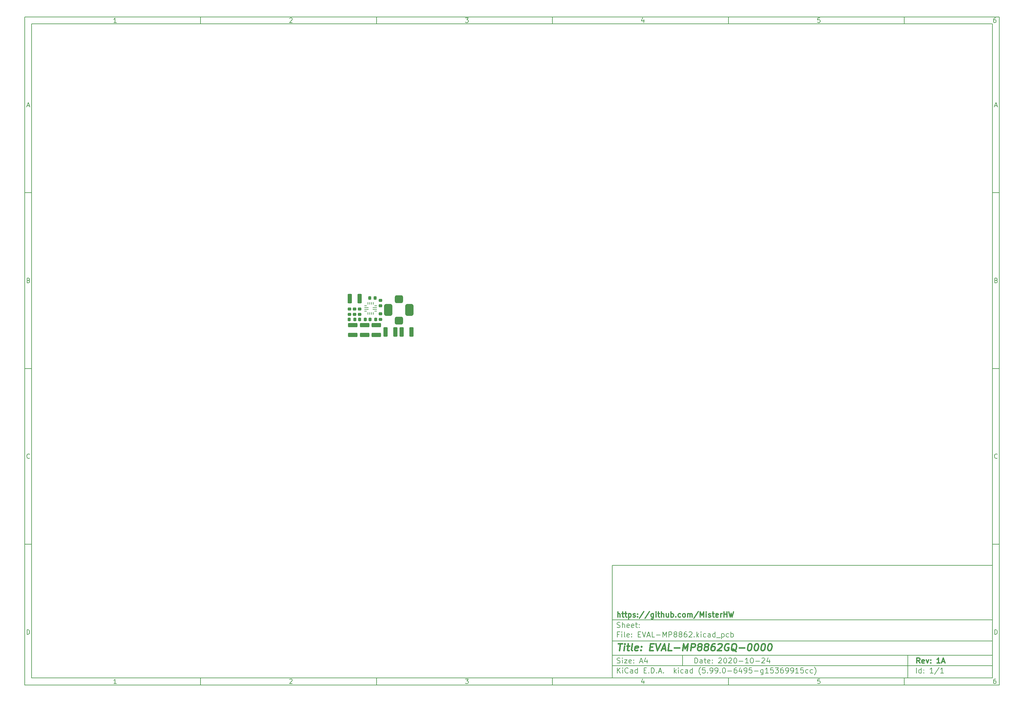
<source format=gbr>
G04 #@! TF.GenerationSoftware,KiCad,Pcbnew,(5.99.0-6495-g15369915cc)*
G04 #@! TF.CreationDate,2020-10-24T18:43:56+02:00*
G04 #@! TF.ProjectId,EVAL-MP8862,4556414c-2d4d-4503-9838-36322e6b6963,1A*
G04 #@! TF.SameCoordinates,Original*
G04 #@! TF.FileFunction,Paste,Top*
G04 #@! TF.FilePolarity,Positive*
%FSLAX46Y46*%
G04 Gerber Fmt 4.6, Leading zero omitted, Abs format (unit mm)*
G04 Created by KiCad (PCBNEW (5.99.0-6495-g15369915cc)) date 2020-10-24 18:43:56*
%MOMM*%
%LPD*%
G01*
G04 APERTURE LIST*
G04 Aperture macros list*
%AMRoundRect*
0 Rectangle with rounded corners*
0 $1 Rounding radius*
0 $2 $3 $4 $5 $6 $7 $8 $9 X,Y pos of 4 corners*
0 Add a 4 corners polygon primitive as box body*
4,1,4,$2,$3,$4,$5,$6,$7,$8,$9,$2,$3,0*
0 Add four circle primitives for the rounded corners*
1,1,$1+$1,$2,$3,0*
1,1,$1+$1,$4,$5,0*
1,1,$1+$1,$6,$7,0*
1,1,$1+$1,$8,$9,0*
0 Add four rect primitives between the rounded corners*
20,1,$1+$1,$2,$3,$4,$5,0*
20,1,$1+$1,$4,$5,$6,$7,0*
20,1,$1+$1,$6,$7,$8,$9,0*
20,1,$1+$1,$8,$9,$2,$3,0*%
G04 Aperture macros list end*
%ADD10C,0.100000*%
%ADD11C,0.150000*%
%ADD12C,0.300000*%
%ADD13C,0.400000*%
%ADD14RoundRect,0.218750X-0.256250X0.218750X-0.256250X-0.218750X0.256250X-0.218750X0.256250X0.218750X0*%
%ADD15RoundRect,0.250000X-1.075000X0.375000X-1.075000X-0.375000X1.075000X-0.375000X1.075000X0.375000X0*%
%ADD16RoundRect,0.218750X0.218750X0.256250X-0.218750X0.256250X-0.218750X-0.256250X0.218750X-0.256250X0*%
%ADD17RoundRect,0.250000X1.075000X-0.375000X1.075000X0.375000X-1.075000X0.375000X-1.075000X-0.375000X0*%
%ADD18RoundRect,0.250000X0.375000X1.075000X-0.375000X1.075000X-0.375000X-1.075000X0.375000X-1.075000X0*%
%ADD19RoundRect,0.250000X-0.375000X-1.075000X0.375000X-1.075000X0.375000X1.075000X-0.375000X1.075000X0*%
%ADD20RoundRect,0.218750X0.256250X-0.218750X0.256250X0.218750X-0.256250X0.218750X-0.256250X-0.218750X0*%
%ADD21R,0.250000X0.800000*%
%ADD22R,0.250000X0.700000*%
%ADD23R,0.700000X0.250000*%
%ADD24R,1.200000X0.250000*%
%ADD25RoundRect,0.600000X0.600000X1.100000X-0.600000X1.100000X-0.600000X-1.100000X0.600000X-1.100000X0*%
%ADD26RoundRect,0.571250X0.623750X-0.571250X0.623750X0.571250X-0.623750X0.571250X-0.623750X-0.571250X0*%
%ADD27RoundRect,0.548400X0.646600X-0.594100X0.646600X0.594100X-0.646600X0.594100X-0.646600X-0.594100X0*%
G04 APERTURE END LIST*
D10*
D11*
X177002200Y-166007200D02*
X177002200Y-198007200D01*
X285002200Y-198007200D01*
X285002200Y-166007200D01*
X177002200Y-166007200D01*
D10*
D11*
X10000000Y-10000000D02*
X10000000Y-200007200D01*
X287002200Y-200007200D01*
X287002200Y-10000000D01*
X10000000Y-10000000D01*
D10*
D11*
X12000000Y-12000000D02*
X12000000Y-198007200D01*
X285002200Y-198007200D01*
X285002200Y-12000000D01*
X12000000Y-12000000D01*
D10*
D11*
X60000000Y-12000000D02*
X60000000Y-10000000D01*
D10*
D11*
X110000000Y-12000000D02*
X110000000Y-10000000D01*
D10*
D11*
X160000000Y-12000000D02*
X160000000Y-10000000D01*
D10*
D11*
X210000000Y-12000000D02*
X210000000Y-10000000D01*
D10*
D11*
X260000000Y-12000000D02*
X260000000Y-10000000D01*
D10*
D11*
X36065476Y-11588095D02*
X35322619Y-11588095D01*
X35694047Y-11588095D02*
X35694047Y-10288095D01*
X35570238Y-10473809D01*
X35446428Y-10597619D01*
X35322619Y-10659523D01*
D10*
D11*
X85322619Y-10411904D02*
X85384523Y-10350000D01*
X85508333Y-10288095D01*
X85817857Y-10288095D01*
X85941666Y-10350000D01*
X86003571Y-10411904D01*
X86065476Y-10535714D01*
X86065476Y-10659523D01*
X86003571Y-10845238D01*
X85260714Y-11588095D01*
X86065476Y-11588095D01*
D10*
D11*
X135260714Y-10288095D02*
X136065476Y-10288095D01*
X135632142Y-10783333D01*
X135817857Y-10783333D01*
X135941666Y-10845238D01*
X136003571Y-10907142D01*
X136065476Y-11030952D01*
X136065476Y-11340476D01*
X136003571Y-11464285D01*
X135941666Y-11526190D01*
X135817857Y-11588095D01*
X135446428Y-11588095D01*
X135322619Y-11526190D01*
X135260714Y-11464285D01*
D10*
D11*
X185941666Y-10721428D02*
X185941666Y-11588095D01*
X185632142Y-10226190D02*
X185322619Y-11154761D01*
X186127380Y-11154761D01*
D10*
D11*
X236003571Y-10288095D02*
X235384523Y-10288095D01*
X235322619Y-10907142D01*
X235384523Y-10845238D01*
X235508333Y-10783333D01*
X235817857Y-10783333D01*
X235941666Y-10845238D01*
X236003571Y-10907142D01*
X236065476Y-11030952D01*
X236065476Y-11340476D01*
X236003571Y-11464285D01*
X235941666Y-11526190D01*
X235817857Y-11588095D01*
X235508333Y-11588095D01*
X235384523Y-11526190D01*
X235322619Y-11464285D01*
D10*
D11*
X285941666Y-10288095D02*
X285694047Y-10288095D01*
X285570238Y-10350000D01*
X285508333Y-10411904D01*
X285384523Y-10597619D01*
X285322619Y-10845238D01*
X285322619Y-11340476D01*
X285384523Y-11464285D01*
X285446428Y-11526190D01*
X285570238Y-11588095D01*
X285817857Y-11588095D01*
X285941666Y-11526190D01*
X286003571Y-11464285D01*
X286065476Y-11340476D01*
X286065476Y-11030952D01*
X286003571Y-10907142D01*
X285941666Y-10845238D01*
X285817857Y-10783333D01*
X285570238Y-10783333D01*
X285446428Y-10845238D01*
X285384523Y-10907142D01*
X285322619Y-11030952D01*
D10*
D11*
X60000000Y-198007200D02*
X60000000Y-200007200D01*
D10*
D11*
X110000000Y-198007200D02*
X110000000Y-200007200D01*
D10*
D11*
X160000000Y-198007200D02*
X160000000Y-200007200D01*
D10*
D11*
X210000000Y-198007200D02*
X210000000Y-200007200D01*
D10*
D11*
X260000000Y-198007200D02*
X260000000Y-200007200D01*
D10*
D11*
X36065476Y-199595295D02*
X35322619Y-199595295D01*
X35694047Y-199595295D02*
X35694047Y-198295295D01*
X35570238Y-198481009D01*
X35446428Y-198604819D01*
X35322619Y-198666723D01*
D10*
D11*
X85322619Y-198419104D02*
X85384523Y-198357200D01*
X85508333Y-198295295D01*
X85817857Y-198295295D01*
X85941666Y-198357200D01*
X86003571Y-198419104D01*
X86065476Y-198542914D01*
X86065476Y-198666723D01*
X86003571Y-198852438D01*
X85260714Y-199595295D01*
X86065476Y-199595295D01*
D10*
D11*
X135260714Y-198295295D02*
X136065476Y-198295295D01*
X135632142Y-198790533D01*
X135817857Y-198790533D01*
X135941666Y-198852438D01*
X136003571Y-198914342D01*
X136065476Y-199038152D01*
X136065476Y-199347676D01*
X136003571Y-199471485D01*
X135941666Y-199533390D01*
X135817857Y-199595295D01*
X135446428Y-199595295D01*
X135322619Y-199533390D01*
X135260714Y-199471485D01*
D10*
D11*
X185941666Y-198728628D02*
X185941666Y-199595295D01*
X185632142Y-198233390D02*
X185322619Y-199161961D01*
X186127380Y-199161961D01*
D10*
D11*
X236003571Y-198295295D02*
X235384523Y-198295295D01*
X235322619Y-198914342D01*
X235384523Y-198852438D01*
X235508333Y-198790533D01*
X235817857Y-198790533D01*
X235941666Y-198852438D01*
X236003571Y-198914342D01*
X236065476Y-199038152D01*
X236065476Y-199347676D01*
X236003571Y-199471485D01*
X235941666Y-199533390D01*
X235817857Y-199595295D01*
X235508333Y-199595295D01*
X235384523Y-199533390D01*
X235322619Y-199471485D01*
D10*
D11*
X285941666Y-198295295D02*
X285694047Y-198295295D01*
X285570238Y-198357200D01*
X285508333Y-198419104D01*
X285384523Y-198604819D01*
X285322619Y-198852438D01*
X285322619Y-199347676D01*
X285384523Y-199471485D01*
X285446428Y-199533390D01*
X285570238Y-199595295D01*
X285817857Y-199595295D01*
X285941666Y-199533390D01*
X286003571Y-199471485D01*
X286065476Y-199347676D01*
X286065476Y-199038152D01*
X286003571Y-198914342D01*
X285941666Y-198852438D01*
X285817857Y-198790533D01*
X285570238Y-198790533D01*
X285446428Y-198852438D01*
X285384523Y-198914342D01*
X285322619Y-199038152D01*
D10*
D11*
X10000000Y-60000000D02*
X12000000Y-60000000D01*
D10*
D11*
X10000000Y-110000000D02*
X12000000Y-110000000D01*
D10*
D11*
X10000000Y-160000000D02*
X12000000Y-160000000D01*
D10*
D11*
X10690476Y-35216666D02*
X11309523Y-35216666D01*
X10566666Y-35588095D02*
X11000000Y-34288095D01*
X11433333Y-35588095D01*
D10*
D11*
X11092857Y-84907142D02*
X11278571Y-84969047D01*
X11340476Y-85030952D01*
X11402380Y-85154761D01*
X11402380Y-85340476D01*
X11340476Y-85464285D01*
X11278571Y-85526190D01*
X11154761Y-85588095D01*
X10659523Y-85588095D01*
X10659523Y-84288095D01*
X11092857Y-84288095D01*
X11216666Y-84350000D01*
X11278571Y-84411904D01*
X11340476Y-84535714D01*
X11340476Y-84659523D01*
X11278571Y-84783333D01*
X11216666Y-84845238D01*
X11092857Y-84907142D01*
X10659523Y-84907142D01*
D10*
D11*
X11402380Y-135464285D02*
X11340476Y-135526190D01*
X11154761Y-135588095D01*
X11030952Y-135588095D01*
X10845238Y-135526190D01*
X10721428Y-135402380D01*
X10659523Y-135278571D01*
X10597619Y-135030952D01*
X10597619Y-134845238D01*
X10659523Y-134597619D01*
X10721428Y-134473809D01*
X10845238Y-134350000D01*
X11030952Y-134288095D01*
X11154761Y-134288095D01*
X11340476Y-134350000D01*
X11402380Y-134411904D01*
D10*
D11*
X10659523Y-185588095D02*
X10659523Y-184288095D01*
X10969047Y-184288095D01*
X11154761Y-184350000D01*
X11278571Y-184473809D01*
X11340476Y-184597619D01*
X11402380Y-184845238D01*
X11402380Y-185030952D01*
X11340476Y-185278571D01*
X11278571Y-185402380D01*
X11154761Y-185526190D01*
X10969047Y-185588095D01*
X10659523Y-185588095D01*
D10*
D11*
X287002200Y-60000000D02*
X285002200Y-60000000D01*
D10*
D11*
X287002200Y-110000000D02*
X285002200Y-110000000D01*
D10*
D11*
X287002200Y-160000000D02*
X285002200Y-160000000D01*
D10*
D11*
X285692676Y-35216666D02*
X286311723Y-35216666D01*
X285568866Y-35588095D02*
X286002200Y-34288095D01*
X286435533Y-35588095D01*
D10*
D11*
X286095057Y-84907142D02*
X286280771Y-84969047D01*
X286342676Y-85030952D01*
X286404580Y-85154761D01*
X286404580Y-85340476D01*
X286342676Y-85464285D01*
X286280771Y-85526190D01*
X286156961Y-85588095D01*
X285661723Y-85588095D01*
X285661723Y-84288095D01*
X286095057Y-84288095D01*
X286218866Y-84350000D01*
X286280771Y-84411904D01*
X286342676Y-84535714D01*
X286342676Y-84659523D01*
X286280771Y-84783333D01*
X286218866Y-84845238D01*
X286095057Y-84907142D01*
X285661723Y-84907142D01*
D10*
D11*
X286404580Y-135464285D02*
X286342676Y-135526190D01*
X286156961Y-135588095D01*
X286033152Y-135588095D01*
X285847438Y-135526190D01*
X285723628Y-135402380D01*
X285661723Y-135278571D01*
X285599819Y-135030952D01*
X285599819Y-134845238D01*
X285661723Y-134597619D01*
X285723628Y-134473809D01*
X285847438Y-134350000D01*
X286033152Y-134288095D01*
X286156961Y-134288095D01*
X286342676Y-134350000D01*
X286404580Y-134411904D01*
D10*
D11*
X285661723Y-185588095D02*
X285661723Y-184288095D01*
X285971247Y-184288095D01*
X286156961Y-184350000D01*
X286280771Y-184473809D01*
X286342676Y-184597619D01*
X286404580Y-184845238D01*
X286404580Y-185030952D01*
X286342676Y-185278571D01*
X286280771Y-185402380D01*
X286156961Y-185526190D01*
X285971247Y-185588095D01*
X285661723Y-185588095D01*
D10*
D11*
X200434342Y-193785771D02*
X200434342Y-192285771D01*
X200791485Y-192285771D01*
X201005771Y-192357200D01*
X201148628Y-192500057D01*
X201220057Y-192642914D01*
X201291485Y-192928628D01*
X201291485Y-193142914D01*
X201220057Y-193428628D01*
X201148628Y-193571485D01*
X201005771Y-193714342D01*
X200791485Y-193785771D01*
X200434342Y-193785771D01*
X202577200Y-193785771D02*
X202577200Y-193000057D01*
X202505771Y-192857200D01*
X202362914Y-192785771D01*
X202077200Y-192785771D01*
X201934342Y-192857200D01*
X202577200Y-193714342D02*
X202434342Y-193785771D01*
X202077200Y-193785771D01*
X201934342Y-193714342D01*
X201862914Y-193571485D01*
X201862914Y-193428628D01*
X201934342Y-193285771D01*
X202077200Y-193214342D01*
X202434342Y-193214342D01*
X202577200Y-193142914D01*
X203077200Y-192785771D02*
X203648628Y-192785771D01*
X203291485Y-192285771D02*
X203291485Y-193571485D01*
X203362914Y-193714342D01*
X203505771Y-193785771D01*
X203648628Y-193785771D01*
X204720057Y-193714342D02*
X204577200Y-193785771D01*
X204291485Y-193785771D01*
X204148628Y-193714342D01*
X204077200Y-193571485D01*
X204077200Y-193000057D01*
X204148628Y-192857200D01*
X204291485Y-192785771D01*
X204577200Y-192785771D01*
X204720057Y-192857200D01*
X204791485Y-193000057D01*
X204791485Y-193142914D01*
X204077200Y-193285771D01*
X205434342Y-193642914D02*
X205505771Y-193714342D01*
X205434342Y-193785771D01*
X205362914Y-193714342D01*
X205434342Y-193642914D01*
X205434342Y-193785771D01*
X205434342Y-192857200D02*
X205505771Y-192928628D01*
X205434342Y-193000057D01*
X205362914Y-192928628D01*
X205434342Y-192857200D01*
X205434342Y-193000057D01*
X207220057Y-192428628D02*
X207291485Y-192357200D01*
X207434342Y-192285771D01*
X207791485Y-192285771D01*
X207934342Y-192357200D01*
X208005771Y-192428628D01*
X208077200Y-192571485D01*
X208077200Y-192714342D01*
X208005771Y-192928628D01*
X207148628Y-193785771D01*
X208077200Y-193785771D01*
X209005771Y-192285771D02*
X209148628Y-192285771D01*
X209291485Y-192357200D01*
X209362914Y-192428628D01*
X209434342Y-192571485D01*
X209505771Y-192857200D01*
X209505771Y-193214342D01*
X209434342Y-193500057D01*
X209362914Y-193642914D01*
X209291485Y-193714342D01*
X209148628Y-193785771D01*
X209005771Y-193785771D01*
X208862914Y-193714342D01*
X208791485Y-193642914D01*
X208720057Y-193500057D01*
X208648628Y-193214342D01*
X208648628Y-192857200D01*
X208720057Y-192571485D01*
X208791485Y-192428628D01*
X208862914Y-192357200D01*
X209005771Y-192285771D01*
X210077200Y-192428628D02*
X210148628Y-192357200D01*
X210291485Y-192285771D01*
X210648628Y-192285771D01*
X210791485Y-192357200D01*
X210862914Y-192428628D01*
X210934342Y-192571485D01*
X210934342Y-192714342D01*
X210862914Y-192928628D01*
X210005771Y-193785771D01*
X210934342Y-193785771D01*
X211862914Y-192285771D02*
X212005771Y-192285771D01*
X212148628Y-192357200D01*
X212220057Y-192428628D01*
X212291485Y-192571485D01*
X212362914Y-192857200D01*
X212362914Y-193214342D01*
X212291485Y-193500057D01*
X212220057Y-193642914D01*
X212148628Y-193714342D01*
X212005771Y-193785771D01*
X211862914Y-193785771D01*
X211720057Y-193714342D01*
X211648628Y-193642914D01*
X211577200Y-193500057D01*
X211505771Y-193214342D01*
X211505771Y-192857200D01*
X211577200Y-192571485D01*
X211648628Y-192428628D01*
X211720057Y-192357200D01*
X211862914Y-192285771D01*
X213005771Y-193214342D02*
X214148628Y-193214342D01*
X215648628Y-193785771D02*
X214791485Y-193785771D01*
X215220057Y-193785771D02*
X215220057Y-192285771D01*
X215077200Y-192500057D01*
X214934342Y-192642914D01*
X214791485Y-192714342D01*
X216577200Y-192285771D02*
X216720057Y-192285771D01*
X216862914Y-192357200D01*
X216934342Y-192428628D01*
X217005771Y-192571485D01*
X217077200Y-192857200D01*
X217077200Y-193214342D01*
X217005771Y-193500057D01*
X216934342Y-193642914D01*
X216862914Y-193714342D01*
X216720057Y-193785771D01*
X216577200Y-193785771D01*
X216434342Y-193714342D01*
X216362914Y-193642914D01*
X216291485Y-193500057D01*
X216220057Y-193214342D01*
X216220057Y-192857200D01*
X216291485Y-192571485D01*
X216362914Y-192428628D01*
X216434342Y-192357200D01*
X216577200Y-192285771D01*
X217720057Y-193214342D02*
X218862914Y-193214342D01*
X219505771Y-192428628D02*
X219577200Y-192357200D01*
X219720057Y-192285771D01*
X220077200Y-192285771D01*
X220220057Y-192357200D01*
X220291485Y-192428628D01*
X220362914Y-192571485D01*
X220362914Y-192714342D01*
X220291485Y-192928628D01*
X219434342Y-193785771D01*
X220362914Y-193785771D01*
X221648628Y-192785771D02*
X221648628Y-193785771D01*
X221291485Y-192214342D02*
X220934342Y-193285771D01*
X221862914Y-193285771D01*
D10*
D11*
X177002200Y-194507200D02*
X285002200Y-194507200D01*
D10*
D11*
X178434342Y-196585771D02*
X178434342Y-195085771D01*
X179291485Y-196585771D02*
X178648628Y-195728628D01*
X179291485Y-195085771D02*
X178434342Y-195942914D01*
X179934342Y-196585771D02*
X179934342Y-195585771D01*
X179934342Y-195085771D02*
X179862914Y-195157200D01*
X179934342Y-195228628D01*
X180005771Y-195157200D01*
X179934342Y-195085771D01*
X179934342Y-195228628D01*
X181505771Y-196442914D02*
X181434342Y-196514342D01*
X181220057Y-196585771D01*
X181077200Y-196585771D01*
X180862914Y-196514342D01*
X180720057Y-196371485D01*
X180648628Y-196228628D01*
X180577200Y-195942914D01*
X180577200Y-195728628D01*
X180648628Y-195442914D01*
X180720057Y-195300057D01*
X180862914Y-195157200D01*
X181077200Y-195085771D01*
X181220057Y-195085771D01*
X181434342Y-195157200D01*
X181505771Y-195228628D01*
X182791485Y-196585771D02*
X182791485Y-195800057D01*
X182720057Y-195657200D01*
X182577200Y-195585771D01*
X182291485Y-195585771D01*
X182148628Y-195657200D01*
X182791485Y-196514342D02*
X182648628Y-196585771D01*
X182291485Y-196585771D01*
X182148628Y-196514342D01*
X182077200Y-196371485D01*
X182077200Y-196228628D01*
X182148628Y-196085771D01*
X182291485Y-196014342D01*
X182648628Y-196014342D01*
X182791485Y-195942914D01*
X184148628Y-196585771D02*
X184148628Y-195085771D01*
X184148628Y-196514342D02*
X184005771Y-196585771D01*
X183720057Y-196585771D01*
X183577200Y-196514342D01*
X183505771Y-196442914D01*
X183434342Y-196300057D01*
X183434342Y-195871485D01*
X183505771Y-195728628D01*
X183577200Y-195657200D01*
X183720057Y-195585771D01*
X184005771Y-195585771D01*
X184148628Y-195657200D01*
X186005771Y-195800057D02*
X186505771Y-195800057D01*
X186720057Y-196585771D02*
X186005771Y-196585771D01*
X186005771Y-195085771D01*
X186720057Y-195085771D01*
X187362914Y-196442914D02*
X187434342Y-196514342D01*
X187362914Y-196585771D01*
X187291485Y-196514342D01*
X187362914Y-196442914D01*
X187362914Y-196585771D01*
X188077200Y-196585771D02*
X188077200Y-195085771D01*
X188434342Y-195085771D01*
X188648628Y-195157200D01*
X188791485Y-195300057D01*
X188862914Y-195442914D01*
X188934342Y-195728628D01*
X188934342Y-195942914D01*
X188862914Y-196228628D01*
X188791485Y-196371485D01*
X188648628Y-196514342D01*
X188434342Y-196585771D01*
X188077200Y-196585771D01*
X189577200Y-196442914D02*
X189648628Y-196514342D01*
X189577200Y-196585771D01*
X189505771Y-196514342D01*
X189577200Y-196442914D01*
X189577200Y-196585771D01*
X190220057Y-196157200D02*
X190934342Y-196157200D01*
X190077200Y-196585771D02*
X190577200Y-195085771D01*
X191077200Y-196585771D01*
X191577200Y-196442914D02*
X191648628Y-196514342D01*
X191577200Y-196585771D01*
X191505771Y-196514342D01*
X191577200Y-196442914D01*
X191577200Y-196585771D01*
X194577200Y-196585771D02*
X194577200Y-195085771D01*
X194720057Y-196014342D02*
X195148628Y-196585771D01*
X195148628Y-195585771D02*
X194577200Y-196157200D01*
X195791485Y-196585771D02*
X195791485Y-195585771D01*
X195791485Y-195085771D02*
X195720057Y-195157200D01*
X195791485Y-195228628D01*
X195862914Y-195157200D01*
X195791485Y-195085771D01*
X195791485Y-195228628D01*
X197148628Y-196514342D02*
X197005771Y-196585771D01*
X196720057Y-196585771D01*
X196577200Y-196514342D01*
X196505771Y-196442914D01*
X196434342Y-196300057D01*
X196434342Y-195871485D01*
X196505771Y-195728628D01*
X196577200Y-195657200D01*
X196720057Y-195585771D01*
X197005771Y-195585771D01*
X197148628Y-195657200D01*
X198434342Y-196585771D02*
X198434342Y-195800057D01*
X198362914Y-195657200D01*
X198220057Y-195585771D01*
X197934342Y-195585771D01*
X197791485Y-195657200D01*
X198434342Y-196514342D02*
X198291485Y-196585771D01*
X197934342Y-196585771D01*
X197791485Y-196514342D01*
X197720057Y-196371485D01*
X197720057Y-196228628D01*
X197791485Y-196085771D01*
X197934342Y-196014342D01*
X198291485Y-196014342D01*
X198434342Y-195942914D01*
X199791485Y-196585771D02*
X199791485Y-195085771D01*
X199791485Y-196514342D02*
X199648628Y-196585771D01*
X199362914Y-196585771D01*
X199220057Y-196514342D01*
X199148628Y-196442914D01*
X199077200Y-196300057D01*
X199077200Y-195871485D01*
X199148628Y-195728628D01*
X199220057Y-195657200D01*
X199362914Y-195585771D01*
X199648628Y-195585771D01*
X199791485Y-195657200D01*
X202077200Y-197157200D02*
X202005771Y-197085771D01*
X201862914Y-196871485D01*
X201791485Y-196728628D01*
X201720057Y-196514342D01*
X201648628Y-196157200D01*
X201648628Y-195871485D01*
X201720057Y-195514342D01*
X201791485Y-195300057D01*
X201862914Y-195157200D01*
X202005771Y-194942914D01*
X202077200Y-194871485D01*
X203362914Y-195085771D02*
X202648628Y-195085771D01*
X202577200Y-195800057D01*
X202648628Y-195728628D01*
X202791485Y-195657200D01*
X203148628Y-195657200D01*
X203291485Y-195728628D01*
X203362914Y-195800057D01*
X203434342Y-195942914D01*
X203434342Y-196300057D01*
X203362914Y-196442914D01*
X203291485Y-196514342D01*
X203148628Y-196585771D01*
X202791485Y-196585771D01*
X202648628Y-196514342D01*
X202577200Y-196442914D01*
X204077200Y-196442914D02*
X204148628Y-196514342D01*
X204077200Y-196585771D01*
X204005771Y-196514342D01*
X204077200Y-196442914D01*
X204077200Y-196585771D01*
X204862914Y-196585771D02*
X205148628Y-196585771D01*
X205291485Y-196514342D01*
X205362914Y-196442914D01*
X205505771Y-196228628D01*
X205577200Y-195942914D01*
X205577200Y-195371485D01*
X205505771Y-195228628D01*
X205434342Y-195157200D01*
X205291485Y-195085771D01*
X205005771Y-195085771D01*
X204862914Y-195157200D01*
X204791485Y-195228628D01*
X204720057Y-195371485D01*
X204720057Y-195728628D01*
X204791485Y-195871485D01*
X204862914Y-195942914D01*
X205005771Y-196014342D01*
X205291485Y-196014342D01*
X205434342Y-195942914D01*
X205505771Y-195871485D01*
X205577200Y-195728628D01*
X206291485Y-196585771D02*
X206577200Y-196585771D01*
X206720057Y-196514342D01*
X206791485Y-196442914D01*
X206934342Y-196228628D01*
X207005771Y-195942914D01*
X207005771Y-195371485D01*
X206934342Y-195228628D01*
X206862914Y-195157200D01*
X206720057Y-195085771D01*
X206434342Y-195085771D01*
X206291485Y-195157200D01*
X206220057Y-195228628D01*
X206148628Y-195371485D01*
X206148628Y-195728628D01*
X206220057Y-195871485D01*
X206291485Y-195942914D01*
X206434342Y-196014342D01*
X206720057Y-196014342D01*
X206862914Y-195942914D01*
X206934342Y-195871485D01*
X207005771Y-195728628D01*
X207648628Y-196442914D02*
X207720057Y-196514342D01*
X207648628Y-196585771D01*
X207577200Y-196514342D01*
X207648628Y-196442914D01*
X207648628Y-196585771D01*
X208648628Y-195085771D02*
X208791485Y-195085771D01*
X208934342Y-195157200D01*
X209005771Y-195228628D01*
X209077200Y-195371485D01*
X209148628Y-195657200D01*
X209148628Y-196014342D01*
X209077200Y-196300057D01*
X209005771Y-196442914D01*
X208934342Y-196514342D01*
X208791485Y-196585771D01*
X208648628Y-196585771D01*
X208505771Y-196514342D01*
X208434342Y-196442914D01*
X208362914Y-196300057D01*
X208291485Y-196014342D01*
X208291485Y-195657200D01*
X208362914Y-195371485D01*
X208434342Y-195228628D01*
X208505771Y-195157200D01*
X208648628Y-195085771D01*
X209791485Y-196014342D02*
X210934342Y-196014342D01*
X212291485Y-195085771D02*
X212005771Y-195085771D01*
X211862914Y-195157200D01*
X211791485Y-195228628D01*
X211648628Y-195442914D01*
X211577200Y-195728628D01*
X211577200Y-196300057D01*
X211648628Y-196442914D01*
X211720057Y-196514342D01*
X211862914Y-196585771D01*
X212148628Y-196585771D01*
X212291485Y-196514342D01*
X212362914Y-196442914D01*
X212434342Y-196300057D01*
X212434342Y-195942914D01*
X212362914Y-195800057D01*
X212291485Y-195728628D01*
X212148628Y-195657200D01*
X211862914Y-195657200D01*
X211720057Y-195728628D01*
X211648628Y-195800057D01*
X211577200Y-195942914D01*
X213720057Y-195585771D02*
X213720057Y-196585771D01*
X213362914Y-195014342D02*
X213005771Y-196085771D01*
X213934342Y-196085771D01*
X214577200Y-196585771D02*
X214862914Y-196585771D01*
X215005771Y-196514342D01*
X215077200Y-196442914D01*
X215220057Y-196228628D01*
X215291485Y-195942914D01*
X215291485Y-195371485D01*
X215220057Y-195228628D01*
X215148628Y-195157200D01*
X215005771Y-195085771D01*
X214720057Y-195085771D01*
X214577200Y-195157200D01*
X214505771Y-195228628D01*
X214434342Y-195371485D01*
X214434342Y-195728628D01*
X214505771Y-195871485D01*
X214577200Y-195942914D01*
X214720057Y-196014342D01*
X215005771Y-196014342D01*
X215148628Y-195942914D01*
X215220057Y-195871485D01*
X215291485Y-195728628D01*
X216648628Y-195085771D02*
X215934342Y-195085771D01*
X215862914Y-195800057D01*
X215934342Y-195728628D01*
X216077200Y-195657200D01*
X216434342Y-195657200D01*
X216577200Y-195728628D01*
X216648628Y-195800057D01*
X216720057Y-195942914D01*
X216720057Y-196300057D01*
X216648628Y-196442914D01*
X216577200Y-196514342D01*
X216434342Y-196585771D01*
X216077200Y-196585771D01*
X215934342Y-196514342D01*
X215862914Y-196442914D01*
X217362914Y-196014342D02*
X218505771Y-196014342D01*
X219862914Y-195585771D02*
X219862914Y-196800057D01*
X219791485Y-196942914D01*
X219720057Y-197014342D01*
X219577200Y-197085771D01*
X219362914Y-197085771D01*
X219220057Y-197014342D01*
X219862914Y-196514342D02*
X219720057Y-196585771D01*
X219434342Y-196585771D01*
X219291485Y-196514342D01*
X219220057Y-196442914D01*
X219148628Y-196300057D01*
X219148628Y-195871485D01*
X219220057Y-195728628D01*
X219291485Y-195657200D01*
X219434342Y-195585771D01*
X219720057Y-195585771D01*
X219862914Y-195657200D01*
X221362914Y-196585771D02*
X220505771Y-196585771D01*
X220934342Y-196585771D02*
X220934342Y-195085771D01*
X220791485Y-195300057D01*
X220648628Y-195442914D01*
X220505771Y-195514342D01*
X222720057Y-195085771D02*
X222005771Y-195085771D01*
X221934342Y-195800057D01*
X222005771Y-195728628D01*
X222148628Y-195657200D01*
X222505771Y-195657200D01*
X222648628Y-195728628D01*
X222720057Y-195800057D01*
X222791485Y-195942914D01*
X222791485Y-196300057D01*
X222720057Y-196442914D01*
X222648628Y-196514342D01*
X222505771Y-196585771D01*
X222148628Y-196585771D01*
X222005771Y-196514342D01*
X221934342Y-196442914D01*
X223291485Y-195085771D02*
X224220057Y-195085771D01*
X223720057Y-195657200D01*
X223934342Y-195657200D01*
X224077200Y-195728628D01*
X224148628Y-195800057D01*
X224220057Y-195942914D01*
X224220057Y-196300057D01*
X224148628Y-196442914D01*
X224077200Y-196514342D01*
X223934342Y-196585771D01*
X223505771Y-196585771D01*
X223362914Y-196514342D01*
X223291485Y-196442914D01*
X225505771Y-195085771D02*
X225220057Y-195085771D01*
X225077200Y-195157200D01*
X225005771Y-195228628D01*
X224862914Y-195442914D01*
X224791485Y-195728628D01*
X224791485Y-196300057D01*
X224862914Y-196442914D01*
X224934342Y-196514342D01*
X225077200Y-196585771D01*
X225362914Y-196585771D01*
X225505771Y-196514342D01*
X225577200Y-196442914D01*
X225648628Y-196300057D01*
X225648628Y-195942914D01*
X225577200Y-195800057D01*
X225505771Y-195728628D01*
X225362914Y-195657200D01*
X225077200Y-195657200D01*
X224934342Y-195728628D01*
X224862914Y-195800057D01*
X224791485Y-195942914D01*
X226362914Y-196585771D02*
X226648628Y-196585771D01*
X226791485Y-196514342D01*
X226862914Y-196442914D01*
X227005771Y-196228628D01*
X227077199Y-195942914D01*
X227077199Y-195371485D01*
X227005771Y-195228628D01*
X226934342Y-195157200D01*
X226791485Y-195085771D01*
X226505771Y-195085771D01*
X226362914Y-195157200D01*
X226291485Y-195228628D01*
X226220057Y-195371485D01*
X226220057Y-195728628D01*
X226291485Y-195871485D01*
X226362914Y-195942914D01*
X226505771Y-196014342D01*
X226791485Y-196014342D01*
X226934342Y-195942914D01*
X227005771Y-195871485D01*
X227077199Y-195728628D01*
X227791485Y-196585771D02*
X228077199Y-196585771D01*
X228220057Y-196514342D01*
X228291485Y-196442914D01*
X228434342Y-196228628D01*
X228505771Y-195942914D01*
X228505771Y-195371485D01*
X228434342Y-195228628D01*
X228362914Y-195157200D01*
X228220057Y-195085771D01*
X227934342Y-195085771D01*
X227791485Y-195157200D01*
X227720057Y-195228628D01*
X227648628Y-195371485D01*
X227648628Y-195728628D01*
X227720057Y-195871485D01*
X227791485Y-195942914D01*
X227934342Y-196014342D01*
X228220057Y-196014342D01*
X228362914Y-195942914D01*
X228434342Y-195871485D01*
X228505771Y-195728628D01*
X229934342Y-196585771D02*
X229077199Y-196585771D01*
X229505771Y-196585771D02*
X229505771Y-195085771D01*
X229362914Y-195300057D01*
X229220057Y-195442914D01*
X229077199Y-195514342D01*
X231291485Y-195085771D02*
X230577199Y-195085771D01*
X230505771Y-195800057D01*
X230577199Y-195728628D01*
X230720057Y-195657200D01*
X231077199Y-195657200D01*
X231220057Y-195728628D01*
X231291485Y-195800057D01*
X231362914Y-195942914D01*
X231362914Y-196300057D01*
X231291485Y-196442914D01*
X231220057Y-196514342D01*
X231077199Y-196585771D01*
X230720057Y-196585771D01*
X230577199Y-196514342D01*
X230505771Y-196442914D01*
X232648628Y-196514342D02*
X232505771Y-196585771D01*
X232220057Y-196585771D01*
X232077199Y-196514342D01*
X232005771Y-196442914D01*
X231934342Y-196300057D01*
X231934342Y-195871485D01*
X232005771Y-195728628D01*
X232077199Y-195657200D01*
X232220057Y-195585771D01*
X232505771Y-195585771D01*
X232648628Y-195657200D01*
X233934342Y-196514342D02*
X233791485Y-196585771D01*
X233505771Y-196585771D01*
X233362914Y-196514342D01*
X233291485Y-196442914D01*
X233220057Y-196300057D01*
X233220057Y-195871485D01*
X233291485Y-195728628D01*
X233362914Y-195657200D01*
X233505771Y-195585771D01*
X233791485Y-195585771D01*
X233934342Y-195657200D01*
X234434342Y-197157200D02*
X234505771Y-197085771D01*
X234648628Y-196871485D01*
X234720057Y-196728628D01*
X234791485Y-196514342D01*
X234862914Y-196157200D01*
X234862914Y-195871485D01*
X234791485Y-195514342D01*
X234720057Y-195300057D01*
X234648628Y-195157200D01*
X234505771Y-194942914D01*
X234434342Y-194871485D01*
D10*
D11*
X177002200Y-191507200D02*
X285002200Y-191507200D01*
D10*
D12*
X264411485Y-193785771D02*
X263911485Y-193071485D01*
X263554342Y-193785771D02*
X263554342Y-192285771D01*
X264125771Y-192285771D01*
X264268628Y-192357200D01*
X264340057Y-192428628D01*
X264411485Y-192571485D01*
X264411485Y-192785771D01*
X264340057Y-192928628D01*
X264268628Y-193000057D01*
X264125771Y-193071485D01*
X263554342Y-193071485D01*
X265625771Y-193714342D02*
X265482914Y-193785771D01*
X265197200Y-193785771D01*
X265054342Y-193714342D01*
X264982914Y-193571485D01*
X264982914Y-193000057D01*
X265054342Y-192857200D01*
X265197200Y-192785771D01*
X265482914Y-192785771D01*
X265625771Y-192857200D01*
X265697200Y-193000057D01*
X265697200Y-193142914D01*
X264982914Y-193285771D01*
X266197200Y-192785771D02*
X266554342Y-193785771D01*
X266911485Y-192785771D01*
X267482914Y-193642914D02*
X267554342Y-193714342D01*
X267482914Y-193785771D01*
X267411485Y-193714342D01*
X267482914Y-193642914D01*
X267482914Y-193785771D01*
X267482914Y-192857200D02*
X267554342Y-192928628D01*
X267482914Y-193000057D01*
X267411485Y-192928628D01*
X267482914Y-192857200D01*
X267482914Y-193000057D01*
X270125771Y-193785771D02*
X269268628Y-193785771D01*
X269697200Y-193785771D02*
X269697200Y-192285771D01*
X269554342Y-192500057D01*
X269411485Y-192642914D01*
X269268628Y-192714342D01*
X270697200Y-193357200D02*
X271411485Y-193357200D01*
X270554342Y-193785771D02*
X271054342Y-192285771D01*
X271554342Y-193785771D01*
D10*
D11*
X178362914Y-193714342D02*
X178577200Y-193785771D01*
X178934342Y-193785771D01*
X179077200Y-193714342D01*
X179148628Y-193642914D01*
X179220057Y-193500057D01*
X179220057Y-193357200D01*
X179148628Y-193214342D01*
X179077200Y-193142914D01*
X178934342Y-193071485D01*
X178648628Y-193000057D01*
X178505771Y-192928628D01*
X178434342Y-192857200D01*
X178362914Y-192714342D01*
X178362914Y-192571485D01*
X178434342Y-192428628D01*
X178505771Y-192357200D01*
X178648628Y-192285771D01*
X179005771Y-192285771D01*
X179220057Y-192357200D01*
X179862914Y-193785771D02*
X179862914Y-192785771D01*
X179862914Y-192285771D02*
X179791485Y-192357200D01*
X179862914Y-192428628D01*
X179934342Y-192357200D01*
X179862914Y-192285771D01*
X179862914Y-192428628D01*
X180434342Y-192785771D02*
X181220057Y-192785771D01*
X180434342Y-193785771D01*
X181220057Y-193785771D01*
X182362914Y-193714342D02*
X182220057Y-193785771D01*
X181934342Y-193785771D01*
X181791485Y-193714342D01*
X181720057Y-193571485D01*
X181720057Y-193000057D01*
X181791485Y-192857200D01*
X181934342Y-192785771D01*
X182220057Y-192785771D01*
X182362914Y-192857200D01*
X182434342Y-193000057D01*
X182434342Y-193142914D01*
X181720057Y-193285771D01*
X183077200Y-193642914D02*
X183148628Y-193714342D01*
X183077200Y-193785771D01*
X183005771Y-193714342D01*
X183077200Y-193642914D01*
X183077200Y-193785771D01*
X183077200Y-192857200D02*
X183148628Y-192928628D01*
X183077200Y-193000057D01*
X183005771Y-192928628D01*
X183077200Y-192857200D01*
X183077200Y-193000057D01*
X184862914Y-193357200D02*
X185577200Y-193357200D01*
X184720057Y-193785771D02*
X185220057Y-192285771D01*
X185720057Y-193785771D01*
X186862914Y-192785771D02*
X186862914Y-193785771D01*
X186505771Y-192214342D02*
X186148628Y-193285771D01*
X187077200Y-193285771D01*
D10*
D11*
X263434342Y-196585771D02*
X263434342Y-195085771D01*
X264791485Y-196585771D02*
X264791485Y-195085771D01*
X264791485Y-196514342D02*
X264648628Y-196585771D01*
X264362914Y-196585771D01*
X264220057Y-196514342D01*
X264148628Y-196442914D01*
X264077200Y-196300057D01*
X264077200Y-195871485D01*
X264148628Y-195728628D01*
X264220057Y-195657200D01*
X264362914Y-195585771D01*
X264648628Y-195585771D01*
X264791485Y-195657200D01*
X265505771Y-196442914D02*
X265577200Y-196514342D01*
X265505771Y-196585771D01*
X265434342Y-196514342D01*
X265505771Y-196442914D01*
X265505771Y-196585771D01*
X265505771Y-195657200D02*
X265577200Y-195728628D01*
X265505771Y-195800057D01*
X265434342Y-195728628D01*
X265505771Y-195657200D01*
X265505771Y-195800057D01*
X268148628Y-196585771D02*
X267291485Y-196585771D01*
X267720057Y-196585771D02*
X267720057Y-195085771D01*
X267577200Y-195300057D01*
X267434342Y-195442914D01*
X267291485Y-195514342D01*
X269862914Y-195014342D02*
X268577200Y-196942914D01*
X271148628Y-196585771D02*
X270291485Y-196585771D01*
X270720057Y-196585771D02*
X270720057Y-195085771D01*
X270577200Y-195300057D01*
X270434342Y-195442914D01*
X270291485Y-195514342D01*
D10*
D11*
X177002200Y-187507200D02*
X285002200Y-187507200D01*
D10*
D13*
X178714580Y-188211961D02*
X179857438Y-188211961D01*
X179036009Y-190211961D02*
X179286009Y-188211961D01*
X180274104Y-190211961D02*
X180440771Y-188878628D01*
X180524104Y-188211961D02*
X180416961Y-188307200D01*
X180500295Y-188402438D01*
X180607438Y-188307200D01*
X180524104Y-188211961D01*
X180500295Y-188402438D01*
X181107438Y-188878628D02*
X181869342Y-188878628D01*
X181476485Y-188211961D02*
X181262200Y-189926247D01*
X181333628Y-190116723D01*
X181512200Y-190211961D01*
X181702676Y-190211961D01*
X182655057Y-190211961D02*
X182476485Y-190116723D01*
X182405057Y-189926247D01*
X182619342Y-188211961D01*
X184190771Y-190116723D02*
X183988390Y-190211961D01*
X183607438Y-190211961D01*
X183428866Y-190116723D01*
X183357438Y-189926247D01*
X183452676Y-189164342D01*
X183571723Y-188973866D01*
X183774104Y-188878628D01*
X184155057Y-188878628D01*
X184333628Y-188973866D01*
X184405057Y-189164342D01*
X184381247Y-189354819D01*
X183405057Y-189545295D01*
X185155057Y-190021485D02*
X185238390Y-190116723D01*
X185131247Y-190211961D01*
X185047914Y-190116723D01*
X185155057Y-190021485D01*
X185131247Y-190211961D01*
X185286009Y-188973866D02*
X185369342Y-189069104D01*
X185262200Y-189164342D01*
X185178866Y-189069104D01*
X185286009Y-188973866D01*
X185262200Y-189164342D01*
X187738390Y-189164342D02*
X188405057Y-189164342D01*
X188559819Y-190211961D02*
X187607438Y-190211961D01*
X187857438Y-188211961D01*
X188809819Y-188211961D01*
X189381247Y-188211961D02*
X189797914Y-190211961D01*
X190714580Y-188211961D01*
X191107438Y-189640533D02*
X192059819Y-189640533D01*
X190845533Y-190211961D02*
X191762200Y-188211961D01*
X192178866Y-190211961D01*
X193797914Y-190211961D02*
X192845533Y-190211961D01*
X193095533Y-188211961D01*
X194559819Y-189450057D02*
X196083628Y-189450057D01*
X196940771Y-190211961D02*
X197190771Y-188211961D01*
X197678866Y-189640533D01*
X198524104Y-188211961D01*
X198274104Y-190211961D01*
X199226485Y-190211961D02*
X199476485Y-188211961D01*
X200238390Y-188211961D01*
X200416961Y-188307200D01*
X200500295Y-188402438D01*
X200571723Y-188592914D01*
X200536009Y-188878628D01*
X200416961Y-189069104D01*
X200309819Y-189164342D01*
X200107438Y-189259580D01*
X199345533Y-189259580D01*
X201655057Y-189069104D02*
X201476485Y-188973866D01*
X201393152Y-188878628D01*
X201321723Y-188688152D01*
X201333628Y-188592914D01*
X201452676Y-188402438D01*
X201559819Y-188307200D01*
X201762200Y-188211961D01*
X202143152Y-188211961D01*
X202321723Y-188307200D01*
X202405057Y-188402438D01*
X202476485Y-188592914D01*
X202464580Y-188688152D01*
X202345533Y-188878628D01*
X202238390Y-188973866D01*
X202036009Y-189069104D01*
X201655057Y-189069104D01*
X201452676Y-189164342D01*
X201345533Y-189259580D01*
X201226485Y-189450057D01*
X201178866Y-189831009D01*
X201250295Y-190021485D01*
X201333628Y-190116723D01*
X201512200Y-190211961D01*
X201893152Y-190211961D01*
X202095533Y-190116723D01*
X202202676Y-190021485D01*
X202321723Y-189831009D01*
X202369342Y-189450057D01*
X202297914Y-189259580D01*
X202214580Y-189164342D01*
X202036009Y-189069104D01*
X203559819Y-189069104D02*
X203381247Y-188973866D01*
X203297914Y-188878628D01*
X203226485Y-188688152D01*
X203238390Y-188592914D01*
X203357438Y-188402438D01*
X203464580Y-188307200D01*
X203666961Y-188211961D01*
X204047914Y-188211961D01*
X204226485Y-188307200D01*
X204309819Y-188402438D01*
X204381247Y-188592914D01*
X204369342Y-188688152D01*
X204250295Y-188878628D01*
X204143152Y-188973866D01*
X203940771Y-189069104D01*
X203559819Y-189069104D01*
X203357438Y-189164342D01*
X203250295Y-189259580D01*
X203131247Y-189450057D01*
X203083628Y-189831009D01*
X203155057Y-190021485D01*
X203238390Y-190116723D01*
X203416961Y-190211961D01*
X203797914Y-190211961D01*
X204000295Y-190116723D01*
X204107438Y-190021485D01*
X204226485Y-189831009D01*
X204274104Y-189450057D01*
X204202676Y-189259580D01*
X204119342Y-189164342D01*
X203940771Y-189069104D01*
X206143152Y-188211961D02*
X205762200Y-188211961D01*
X205559819Y-188307200D01*
X205452676Y-188402438D01*
X205226485Y-188688152D01*
X205083628Y-189069104D01*
X204988390Y-189831009D01*
X205059819Y-190021485D01*
X205143152Y-190116723D01*
X205321723Y-190211961D01*
X205702676Y-190211961D01*
X205905057Y-190116723D01*
X206012200Y-190021485D01*
X206131247Y-189831009D01*
X206190771Y-189354819D01*
X206119342Y-189164342D01*
X206036009Y-189069104D01*
X205857438Y-188973866D01*
X205476485Y-188973866D01*
X205274104Y-189069104D01*
X205166961Y-189164342D01*
X205047914Y-189354819D01*
X207071723Y-188402438D02*
X207178866Y-188307200D01*
X207381247Y-188211961D01*
X207857438Y-188211961D01*
X208036009Y-188307200D01*
X208119342Y-188402438D01*
X208190771Y-188592914D01*
X208166961Y-188783390D01*
X208036009Y-189069104D01*
X206750295Y-190211961D01*
X207988390Y-190211961D01*
X210131247Y-188307200D02*
X209952676Y-188211961D01*
X209666961Y-188211961D01*
X209369342Y-188307200D01*
X209155057Y-188497676D01*
X209036009Y-188688152D01*
X208893152Y-189069104D01*
X208857438Y-189354819D01*
X208905057Y-189735771D01*
X208976485Y-189926247D01*
X209143152Y-190116723D01*
X209416961Y-190211961D01*
X209607438Y-190211961D01*
X209905057Y-190116723D01*
X210012200Y-190021485D01*
X210095533Y-189354819D01*
X209714580Y-189354819D01*
X212155057Y-190402438D02*
X211976485Y-190307200D01*
X211809819Y-190116723D01*
X211559819Y-189831009D01*
X211381247Y-189735771D01*
X211190771Y-189735771D01*
X211226485Y-190211961D02*
X211047914Y-190116723D01*
X210881247Y-189926247D01*
X210833628Y-189545295D01*
X210916961Y-188878628D01*
X211059819Y-188497676D01*
X211274104Y-188307200D01*
X211476485Y-188211961D01*
X211857438Y-188211961D01*
X212036009Y-188307200D01*
X212202676Y-188497676D01*
X212250295Y-188878628D01*
X212166961Y-189545295D01*
X212024104Y-189926247D01*
X211809819Y-190116723D01*
X211607438Y-190211961D01*
X211226485Y-190211961D01*
X213036009Y-189450057D02*
X214559819Y-189450057D01*
X216047914Y-188211961D02*
X216238390Y-188211961D01*
X216416961Y-188307200D01*
X216500295Y-188402438D01*
X216571723Y-188592914D01*
X216619342Y-188973866D01*
X216559819Y-189450057D01*
X216416961Y-189831009D01*
X216297914Y-190021485D01*
X216190771Y-190116723D01*
X215988390Y-190211961D01*
X215797914Y-190211961D01*
X215619342Y-190116723D01*
X215536009Y-190021485D01*
X215464580Y-189831009D01*
X215416961Y-189450057D01*
X215476485Y-188973866D01*
X215619342Y-188592914D01*
X215738390Y-188402438D01*
X215845533Y-188307200D01*
X216047914Y-188211961D01*
X217952676Y-188211961D02*
X218143152Y-188211961D01*
X218321723Y-188307200D01*
X218405057Y-188402438D01*
X218476485Y-188592914D01*
X218524104Y-188973866D01*
X218464580Y-189450057D01*
X218321723Y-189831009D01*
X218202676Y-190021485D01*
X218095533Y-190116723D01*
X217893152Y-190211961D01*
X217702676Y-190211961D01*
X217524104Y-190116723D01*
X217440771Y-190021485D01*
X217369342Y-189831009D01*
X217321723Y-189450057D01*
X217381247Y-188973866D01*
X217524104Y-188592914D01*
X217643152Y-188402438D01*
X217750295Y-188307200D01*
X217952676Y-188211961D01*
X219857438Y-188211961D02*
X220047914Y-188211961D01*
X220226485Y-188307200D01*
X220309819Y-188402438D01*
X220381247Y-188592914D01*
X220428866Y-188973866D01*
X220369342Y-189450057D01*
X220226485Y-189831009D01*
X220107438Y-190021485D01*
X220000295Y-190116723D01*
X219797914Y-190211961D01*
X219607438Y-190211961D01*
X219428866Y-190116723D01*
X219345533Y-190021485D01*
X219274104Y-189831009D01*
X219226485Y-189450057D01*
X219286009Y-188973866D01*
X219428866Y-188592914D01*
X219547914Y-188402438D01*
X219655057Y-188307200D01*
X219857438Y-188211961D01*
X221762200Y-188211961D02*
X221952676Y-188211961D01*
X222131247Y-188307200D01*
X222214580Y-188402438D01*
X222286009Y-188592914D01*
X222333628Y-188973866D01*
X222274104Y-189450057D01*
X222131247Y-189831009D01*
X222012200Y-190021485D01*
X221905057Y-190116723D01*
X221702676Y-190211961D01*
X221512200Y-190211961D01*
X221333628Y-190116723D01*
X221250295Y-190021485D01*
X221178866Y-189831009D01*
X221131247Y-189450057D01*
X221190771Y-188973866D01*
X221333628Y-188592914D01*
X221452676Y-188402438D01*
X221559819Y-188307200D01*
X221762200Y-188211961D01*
D10*
D11*
X178934342Y-185600057D02*
X178434342Y-185600057D01*
X178434342Y-186385771D02*
X178434342Y-184885771D01*
X179148628Y-184885771D01*
X179720057Y-186385771D02*
X179720057Y-185385771D01*
X179720057Y-184885771D02*
X179648628Y-184957200D01*
X179720057Y-185028628D01*
X179791485Y-184957200D01*
X179720057Y-184885771D01*
X179720057Y-185028628D01*
X180648628Y-186385771D02*
X180505771Y-186314342D01*
X180434342Y-186171485D01*
X180434342Y-184885771D01*
X181791485Y-186314342D02*
X181648628Y-186385771D01*
X181362914Y-186385771D01*
X181220057Y-186314342D01*
X181148628Y-186171485D01*
X181148628Y-185600057D01*
X181220057Y-185457200D01*
X181362914Y-185385771D01*
X181648628Y-185385771D01*
X181791485Y-185457200D01*
X181862914Y-185600057D01*
X181862914Y-185742914D01*
X181148628Y-185885771D01*
X182505771Y-186242914D02*
X182577200Y-186314342D01*
X182505771Y-186385771D01*
X182434342Y-186314342D01*
X182505771Y-186242914D01*
X182505771Y-186385771D01*
X182505771Y-185457200D02*
X182577200Y-185528628D01*
X182505771Y-185600057D01*
X182434342Y-185528628D01*
X182505771Y-185457200D01*
X182505771Y-185600057D01*
X184362914Y-185600057D02*
X184862914Y-185600057D01*
X185077200Y-186385771D02*
X184362914Y-186385771D01*
X184362914Y-184885771D01*
X185077200Y-184885771D01*
X185505771Y-184885771D02*
X186005771Y-186385771D01*
X186505771Y-184885771D01*
X186934342Y-185957200D02*
X187648628Y-185957200D01*
X186791485Y-186385771D02*
X187291485Y-184885771D01*
X187791485Y-186385771D01*
X189005771Y-186385771D02*
X188291485Y-186385771D01*
X188291485Y-184885771D01*
X189505771Y-185814342D02*
X190648628Y-185814342D01*
X191362914Y-186385771D02*
X191362914Y-184885771D01*
X191862914Y-185957200D01*
X192362914Y-184885771D01*
X192362914Y-186385771D01*
X193077200Y-186385771D02*
X193077200Y-184885771D01*
X193648628Y-184885771D01*
X193791485Y-184957200D01*
X193862914Y-185028628D01*
X193934342Y-185171485D01*
X193934342Y-185385771D01*
X193862914Y-185528628D01*
X193791485Y-185600057D01*
X193648628Y-185671485D01*
X193077200Y-185671485D01*
X194791485Y-185528628D02*
X194648628Y-185457200D01*
X194577200Y-185385771D01*
X194505771Y-185242914D01*
X194505771Y-185171485D01*
X194577200Y-185028628D01*
X194648628Y-184957200D01*
X194791485Y-184885771D01*
X195077200Y-184885771D01*
X195220057Y-184957200D01*
X195291485Y-185028628D01*
X195362914Y-185171485D01*
X195362914Y-185242914D01*
X195291485Y-185385771D01*
X195220057Y-185457200D01*
X195077200Y-185528628D01*
X194791485Y-185528628D01*
X194648628Y-185600057D01*
X194577200Y-185671485D01*
X194505771Y-185814342D01*
X194505771Y-186100057D01*
X194577200Y-186242914D01*
X194648628Y-186314342D01*
X194791485Y-186385771D01*
X195077200Y-186385771D01*
X195220057Y-186314342D01*
X195291485Y-186242914D01*
X195362914Y-186100057D01*
X195362914Y-185814342D01*
X195291485Y-185671485D01*
X195220057Y-185600057D01*
X195077200Y-185528628D01*
X196220057Y-185528628D02*
X196077200Y-185457200D01*
X196005771Y-185385771D01*
X195934342Y-185242914D01*
X195934342Y-185171485D01*
X196005771Y-185028628D01*
X196077200Y-184957200D01*
X196220057Y-184885771D01*
X196505771Y-184885771D01*
X196648628Y-184957200D01*
X196720057Y-185028628D01*
X196791485Y-185171485D01*
X196791485Y-185242914D01*
X196720057Y-185385771D01*
X196648628Y-185457200D01*
X196505771Y-185528628D01*
X196220057Y-185528628D01*
X196077200Y-185600057D01*
X196005771Y-185671485D01*
X195934342Y-185814342D01*
X195934342Y-186100057D01*
X196005771Y-186242914D01*
X196077200Y-186314342D01*
X196220057Y-186385771D01*
X196505771Y-186385771D01*
X196648628Y-186314342D01*
X196720057Y-186242914D01*
X196791485Y-186100057D01*
X196791485Y-185814342D01*
X196720057Y-185671485D01*
X196648628Y-185600057D01*
X196505771Y-185528628D01*
X198077200Y-184885771D02*
X197791485Y-184885771D01*
X197648628Y-184957200D01*
X197577200Y-185028628D01*
X197434342Y-185242914D01*
X197362914Y-185528628D01*
X197362914Y-186100057D01*
X197434342Y-186242914D01*
X197505771Y-186314342D01*
X197648628Y-186385771D01*
X197934342Y-186385771D01*
X198077200Y-186314342D01*
X198148628Y-186242914D01*
X198220057Y-186100057D01*
X198220057Y-185742914D01*
X198148628Y-185600057D01*
X198077200Y-185528628D01*
X197934342Y-185457200D01*
X197648628Y-185457200D01*
X197505771Y-185528628D01*
X197434342Y-185600057D01*
X197362914Y-185742914D01*
X198791485Y-185028628D02*
X198862914Y-184957200D01*
X199005771Y-184885771D01*
X199362914Y-184885771D01*
X199505771Y-184957200D01*
X199577200Y-185028628D01*
X199648628Y-185171485D01*
X199648628Y-185314342D01*
X199577200Y-185528628D01*
X198720057Y-186385771D01*
X199648628Y-186385771D01*
X200291485Y-186242914D02*
X200362914Y-186314342D01*
X200291485Y-186385771D01*
X200220057Y-186314342D01*
X200291485Y-186242914D01*
X200291485Y-186385771D01*
X201005771Y-186385771D02*
X201005771Y-184885771D01*
X201148628Y-185814342D02*
X201577200Y-186385771D01*
X201577200Y-185385771D02*
X201005771Y-185957200D01*
X202220057Y-186385771D02*
X202220057Y-185385771D01*
X202220057Y-184885771D02*
X202148628Y-184957200D01*
X202220057Y-185028628D01*
X202291485Y-184957200D01*
X202220057Y-184885771D01*
X202220057Y-185028628D01*
X203577200Y-186314342D02*
X203434342Y-186385771D01*
X203148628Y-186385771D01*
X203005771Y-186314342D01*
X202934342Y-186242914D01*
X202862914Y-186100057D01*
X202862914Y-185671485D01*
X202934342Y-185528628D01*
X203005771Y-185457200D01*
X203148628Y-185385771D01*
X203434342Y-185385771D01*
X203577200Y-185457200D01*
X204862914Y-186385771D02*
X204862914Y-185600057D01*
X204791485Y-185457200D01*
X204648628Y-185385771D01*
X204362914Y-185385771D01*
X204220057Y-185457200D01*
X204862914Y-186314342D02*
X204720057Y-186385771D01*
X204362914Y-186385771D01*
X204220057Y-186314342D01*
X204148628Y-186171485D01*
X204148628Y-186028628D01*
X204220057Y-185885771D01*
X204362914Y-185814342D01*
X204720057Y-185814342D01*
X204862914Y-185742914D01*
X206220057Y-186385771D02*
X206220057Y-184885771D01*
X206220057Y-186314342D02*
X206077200Y-186385771D01*
X205791485Y-186385771D01*
X205648628Y-186314342D01*
X205577200Y-186242914D01*
X205505771Y-186100057D01*
X205505771Y-185671485D01*
X205577200Y-185528628D01*
X205648628Y-185457200D01*
X205791485Y-185385771D01*
X206077200Y-185385771D01*
X206220057Y-185457200D01*
X206577200Y-186528628D02*
X207720057Y-186528628D01*
X208077200Y-185385771D02*
X208077200Y-186885771D01*
X208077200Y-185457200D02*
X208220057Y-185385771D01*
X208505771Y-185385771D01*
X208648628Y-185457200D01*
X208720057Y-185528628D01*
X208791485Y-185671485D01*
X208791485Y-186100057D01*
X208720057Y-186242914D01*
X208648628Y-186314342D01*
X208505771Y-186385771D01*
X208220057Y-186385771D01*
X208077200Y-186314342D01*
X210077200Y-186314342D02*
X209934342Y-186385771D01*
X209648628Y-186385771D01*
X209505771Y-186314342D01*
X209434342Y-186242914D01*
X209362914Y-186100057D01*
X209362914Y-185671485D01*
X209434342Y-185528628D01*
X209505771Y-185457200D01*
X209648628Y-185385771D01*
X209934342Y-185385771D01*
X210077200Y-185457200D01*
X210720057Y-186385771D02*
X210720057Y-184885771D01*
X210720057Y-185457200D02*
X210862914Y-185385771D01*
X211148628Y-185385771D01*
X211291485Y-185457200D01*
X211362914Y-185528628D01*
X211434342Y-185671485D01*
X211434342Y-186100057D01*
X211362914Y-186242914D01*
X211291485Y-186314342D01*
X211148628Y-186385771D01*
X210862914Y-186385771D01*
X210720057Y-186314342D01*
D10*
D11*
X177002200Y-181507200D02*
X285002200Y-181507200D01*
D10*
D11*
X178362914Y-183614342D02*
X178577200Y-183685771D01*
X178934342Y-183685771D01*
X179077200Y-183614342D01*
X179148628Y-183542914D01*
X179220057Y-183400057D01*
X179220057Y-183257200D01*
X179148628Y-183114342D01*
X179077200Y-183042914D01*
X178934342Y-182971485D01*
X178648628Y-182900057D01*
X178505771Y-182828628D01*
X178434342Y-182757200D01*
X178362914Y-182614342D01*
X178362914Y-182471485D01*
X178434342Y-182328628D01*
X178505771Y-182257200D01*
X178648628Y-182185771D01*
X179005771Y-182185771D01*
X179220057Y-182257200D01*
X179862914Y-183685771D02*
X179862914Y-182185771D01*
X180505771Y-183685771D02*
X180505771Y-182900057D01*
X180434342Y-182757200D01*
X180291485Y-182685771D01*
X180077200Y-182685771D01*
X179934342Y-182757200D01*
X179862914Y-182828628D01*
X181791485Y-183614342D02*
X181648628Y-183685771D01*
X181362914Y-183685771D01*
X181220057Y-183614342D01*
X181148628Y-183471485D01*
X181148628Y-182900057D01*
X181220057Y-182757200D01*
X181362914Y-182685771D01*
X181648628Y-182685771D01*
X181791485Y-182757200D01*
X181862914Y-182900057D01*
X181862914Y-183042914D01*
X181148628Y-183185771D01*
X183077200Y-183614342D02*
X182934342Y-183685771D01*
X182648628Y-183685771D01*
X182505771Y-183614342D01*
X182434342Y-183471485D01*
X182434342Y-182900057D01*
X182505771Y-182757200D01*
X182648628Y-182685771D01*
X182934342Y-182685771D01*
X183077200Y-182757200D01*
X183148628Y-182900057D01*
X183148628Y-183042914D01*
X182434342Y-183185771D01*
X183577200Y-182685771D02*
X184148628Y-182685771D01*
X183791485Y-182185771D02*
X183791485Y-183471485D01*
X183862914Y-183614342D01*
X184005771Y-183685771D01*
X184148628Y-183685771D01*
X184648628Y-183542914D02*
X184720057Y-183614342D01*
X184648628Y-183685771D01*
X184577200Y-183614342D01*
X184648628Y-183542914D01*
X184648628Y-183685771D01*
X184648628Y-182757200D02*
X184720057Y-182828628D01*
X184648628Y-182900057D01*
X184577200Y-182828628D01*
X184648628Y-182757200D01*
X184648628Y-182900057D01*
D10*
D12*
X178554342Y-180685771D02*
X178554342Y-179185771D01*
X179197200Y-180685771D02*
X179197200Y-179900057D01*
X179125771Y-179757200D01*
X178982914Y-179685771D01*
X178768628Y-179685771D01*
X178625771Y-179757200D01*
X178554342Y-179828628D01*
X179697200Y-179685771D02*
X180268628Y-179685771D01*
X179911485Y-179185771D02*
X179911485Y-180471485D01*
X179982914Y-180614342D01*
X180125771Y-180685771D01*
X180268628Y-180685771D01*
X180554342Y-179685771D02*
X181125771Y-179685771D01*
X180768628Y-179185771D02*
X180768628Y-180471485D01*
X180840057Y-180614342D01*
X180982914Y-180685771D01*
X181125771Y-180685771D01*
X181625771Y-179685771D02*
X181625771Y-181185771D01*
X181625771Y-179757200D02*
X181768628Y-179685771D01*
X182054342Y-179685771D01*
X182197200Y-179757200D01*
X182268628Y-179828628D01*
X182340057Y-179971485D01*
X182340057Y-180400057D01*
X182268628Y-180542914D01*
X182197200Y-180614342D01*
X182054342Y-180685771D01*
X181768628Y-180685771D01*
X181625771Y-180614342D01*
X182911485Y-180614342D02*
X183054342Y-180685771D01*
X183340057Y-180685771D01*
X183482914Y-180614342D01*
X183554342Y-180471485D01*
X183554342Y-180400057D01*
X183482914Y-180257200D01*
X183340057Y-180185771D01*
X183125771Y-180185771D01*
X182982914Y-180114342D01*
X182911485Y-179971485D01*
X182911485Y-179900057D01*
X182982914Y-179757200D01*
X183125771Y-179685771D01*
X183340057Y-179685771D01*
X183482914Y-179757200D01*
X184197200Y-180542914D02*
X184268628Y-180614342D01*
X184197200Y-180685771D01*
X184125771Y-180614342D01*
X184197200Y-180542914D01*
X184197200Y-180685771D01*
X184197200Y-179757200D02*
X184268628Y-179828628D01*
X184197200Y-179900057D01*
X184125771Y-179828628D01*
X184197200Y-179757200D01*
X184197200Y-179900057D01*
X185982914Y-179114342D02*
X184697200Y-181042914D01*
X187554342Y-179114342D02*
X186268628Y-181042914D01*
X188697200Y-179685771D02*
X188697200Y-180900057D01*
X188625771Y-181042914D01*
X188554342Y-181114342D01*
X188411485Y-181185771D01*
X188197200Y-181185771D01*
X188054342Y-181114342D01*
X188697200Y-180614342D02*
X188554342Y-180685771D01*
X188268628Y-180685771D01*
X188125771Y-180614342D01*
X188054342Y-180542914D01*
X187982914Y-180400057D01*
X187982914Y-179971485D01*
X188054342Y-179828628D01*
X188125771Y-179757200D01*
X188268628Y-179685771D01*
X188554342Y-179685771D01*
X188697200Y-179757200D01*
X189411485Y-180685771D02*
X189411485Y-179685771D01*
X189411485Y-179185771D02*
X189340057Y-179257200D01*
X189411485Y-179328628D01*
X189482914Y-179257200D01*
X189411485Y-179185771D01*
X189411485Y-179328628D01*
X189911485Y-179685771D02*
X190482914Y-179685771D01*
X190125771Y-179185771D02*
X190125771Y-180471485D01*
X190197200Y-180614342D01*
X190340057Y-180685771D01*
X190482914Y-180685771D01*
X190982914Y-180685771D02*
X190982914Y-179185771D01*
X191625771Y-180685771D02*
X191625771Y-179900057D01*
X191554342Y-179757200D01*
X191411485Y-179685771D01*
X191197200Y-179685771D01*
X191054342Y-179757200D01*
X190982914Y-179828628D01*
X192982914Y-179685771D02*
X192982914Y-180685771D01*
X192340057Y-179685771D02*
X192340057Y-180471485D01*
X192411485Y-180614342D01*
X192554342Y-180685771D01*
X192768628Y-180685771D01*
X192911485Y-180614342D01*
X192982914Y-180542914D01*
X193697200Y-180685771D02*
X193697200Y-179185771D01*
X193697200Y-179757200D02*
X193840057Y-179685771D01*
X194125771Y-179685771D01*
X194268628Y-179757200D01*
X194340057Y-179828628D01*
X194411485Y-179971485D01*
X194411485Y-180400057D01*
X194340057Y-180542914D01*
X194268628Y-180614342D01*
X194125771Y-180685771D01*
X193840057Y-180685771D01*
X193697200Y-180614342D01*
X195054342Y-180542914D02*
X195125771Y-180614342D01*
X195054342Y-180685771D01*
X194982914Y-180614342D01*
X195054342Y-180542914D01*
X195054342Y-180685771D01*
X196411485Y-180614342D02*
X196268628Y-180685771D01*
X195982914Y-180685771D01*
X195840057Y-180614342D01*
X195768628Y-180542914D01*
X195697200Y-180400057D01*
X195697200Y-179971485D01*
X195768628Y-179828628D01*
X195840057Y-179757200D01*
X195982914Y-179685771D01*
X196268628Y-179685771D01*
X196411485Y-179757200D01*
X197268628Y-180685771D02*
X197125771Y-180614342D01*
X197054342Y-180542914D01*
X196982914Y-180400057D01*
X196982914Y-179971485D01*
X197054342Y-179828628D01*
X197125771Y-179757200D01*
X197268628Y-179685771D01*
X197482914Y-179685771D01*
X197625771Y-179757200D01*
X197697200Y-179828628D01*
X197768628Y-179971485D01*
X197768628Y-180400057D01*
X197697200Y-180542914D01*
X197625771Y-180614342D01*
X197482914Y-180685771D01*
X197268628Y-180685771D01*
X198411485Y-180685771D02*
X198411485Y-179685771D01*
X198411485Y-179828628D02*
X198482914Y-179757200D01*
X198625771Y-179685771D01*
X198840057Y-179685771D01*
X198982914Y-179757200D01*
X199054342Y-179900057D01*
X199054342Y-180685771D01*
X199054342Y-179900057D02*
X199125771Y-179757200D01*
X199268628Y-179685771D01*
X199482914Y-179685771D01*
X199625771Y-179757200D01*
X199697200Y-179900057D01*
X199697200Y-180685771D01*
X201482914Y-179114342D02*
X200197200Y-181042914D01*
X201982914Y-180685771D02*
X201982914Y-179185771D01*
X202482914Y-180257200D01*
X202982914Y-179185771D01*
X202982914Y-180685771D01*
X203697200Y-180685771D02*
X203697200Y-179685771D01*
X203697200Y-179185771D02*
X203625771Y-179257200D01*
X203697200Y-179328628D01*
X203768628Y-179257200D01*
X203697200Y-179185771D01*
X203697200Y-179328628D01*
X204340057Y-180614342D02*
X204482914Y-180685771D01*
X204768628Y-180685771D01*
X204911485Y-180614342D01*
X204982914Y-180471485D01*
X204982914Y-180400057D01*
X204911485Y-180257200D01*
X204768628Y-180185771D01*
X204554342Y-180185771D01*
X204411485Y-180114342D01*
X204340057Y-179971485D01*
X204340057Y-179900057D01*
X204411485Y-179757200D01*
X204554342Y-179685771D01*
X204768628Y-179685771D01*
X204911485Y-179757200D01*
X205411485Y-179685771D02*
X205982914Y-179685771D01*
X205625771Y-179185771D02*
X205625771Y-180471485D01*
X205697200Y-180614342D01*
X205840057Y-180685771D01*
X205982914Y-180685771D01*
X207054342Y-180614342D02*
X206911485Y-180685771D01*
X206625771Y-180685771D01*
X206482914Y-180614342D01*
X206411485Y-180471485D01*
X206411485Y-179900057D01*
X206482914Y-179757200D01*
X206625771Y-179685771D01*
X206911485Y-179685771D01*
X207054342Y-179757200D01*
X207125771Y-179900057D01*
X207125771Y-180042914D01*
X206411485Y-180185771D01*
X207768628Y-180685771D02*
X207768628Y-179685771D01*
X207768628Y-179971485D02*
X207840057Y-179828628D01*
X207911485Y-179757200D01*
X208054342Y-179685771D01*
X208197200Y-179685771D01*
X208697200Y-180685771D02*
X208697200Y-179185771D01*
X208697200Y-179900057D02*
X209554342Y-179900057D01*
X209554342Y-180685771D02*
X209554342Y-179185771D01*
X210125771Y-179185771D02*
X210482914Y-180685771D01*
X210768628Y-179614342D01*
X211054342Y-180685771D01*
X211411485Y-179185771D01*
D10*
D11*
D10*
D11*
D10*
D11*
D10*
D11*
D10*
D11*
X197002200Y-191507200D02*
X197002200Y-194507200D01*
D10*
D11*
X261002200Y-191507200D02*
X261002200Y-198007200D01*
D14*
X105230000Y-93045000D03*
X105230000Y-94620000D03*
D15*
X103200000Y-97660000D03*
X103200000Y-100460000D03*
D16*
X109725000Y-96030000D03*
X108150000Y-96030000D03*
D17*
X106640000Y-100460000D03*
X106640000Y-97660000D03*
D18*
X115375000Y-99575000D03*
X112575000Y-99575000D03*
D15*
X109950000Y-97650000D03*
X109950000Y-100450000D03*
D19*
X117125000Y-99575000D03*
X119925000Y-99575000D03*
D20*
X102280000Y-94620000D03*
X102280000Y-93045000D03*
X103750000Y-94620000D03*
X103750000Y-93045000D03*
D16*
X103820000Y-96030000D03*
X102245000Y-96030000D03*
D21*
X109090000Y-91500000D03*
D22*
X108590000Y-91450000D03*
X108090000Y-91450000D03*
X107590000Y-91450000D03*
D23*
X106890000Y-92150000D03*
D24*
X107140000Y-92650000D03*
X107140000Y-93150000D03*
D23*
X106890000Y-93650000D03*
D22*
X107590000Y-94350000D03*
X108090000Y-94350000D03*
X108590000Y-94350000D03*
X109090000Y-94350000D03*
D23*
X109790000Y-93650000D03*
D24*
X109540000Y-93150000D03*
X109540000Y-92650000D03*
D23*
X109790000Y-92150000D03*
D16*
X109607500Y-89930000D03*
X108032500Y-89930000D03*
D25*
X119350000Y-93300000D03*
X113350000Y-93300000D03*
D26*
X116350000Y-90247000D03*
D27*
X116350000Y-96353000D03*
D14*
X111100000Y-94425000D03*
X111100000Y-96000000D03*
D18*
X105200000Y-90100000D03*
X102400000Y-90100000D03*
D20*
X111150000Y-92175000D03*
X111150000Y-90600000D03*
D16*
X106797500Y-96030000D03*
X105222500Y-96030000D03*
M02*

</source>
